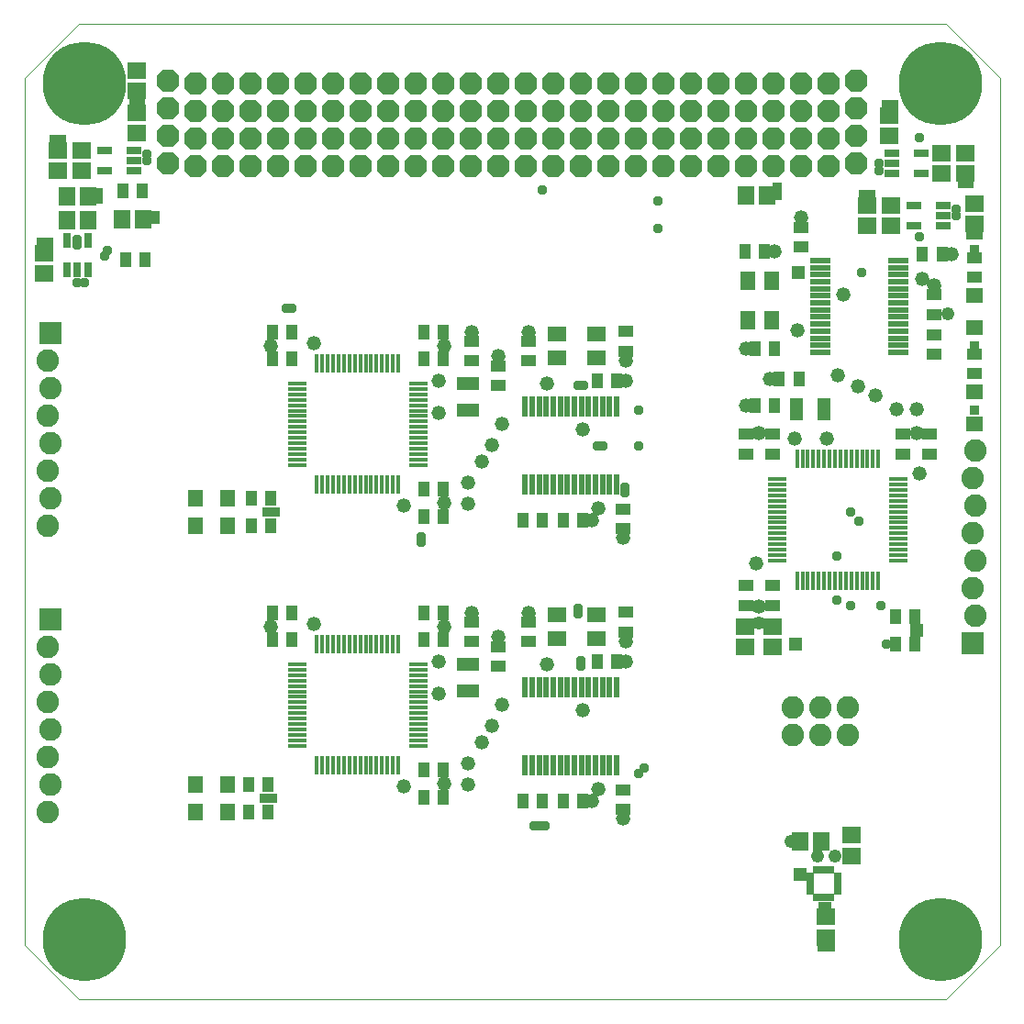
<source format=gts>
G75*
%MOIN*%
%OFA0B0*%
%FSLAX25Y25*%
%IPPOS*%
%LPD*%
%AMOC8*
5,1,8,0,0,1.08239X$1,22.5*
%
%ADD10R,0.03950X0.05524*%
%ADD11R,0.05918X0.06706*%
%ADD12C,0.00000*%
%ADD13C,0.30328*%
%ADD14OC8,0.08200*%
%ADD15R,0.06902X0.01784*%
%ADD16R,0.01784X0.06902*%
%ADD17R,0.07690X0.02375*%
%ADD18R,0.04737X0.07887*%
%ADD19R,0.05524X0.03950*%
%ADD20C,0.05200*%
%ADD21R,0.05721X0.07099*%
%ADD22R,0.01784X0.04737*%
%ADD23R,0.04737X0.01784*%
%ADD24R,0.08200X0.08200*%
%ADD25C,0.08200*%
%ADD26R,0.02570X0.01980*%
%ADD27R,0.01980X0.02570*%
%ADD28R,0.06706X0.05918*%
%ADD29R,0.05524X0.03162*%
%ADD30R,0.03162X0.05524*%
%ADD31R,0.06312X0.05524*%
%ADD32R,0.02375X0.07690*%
%ADD33R,0.07887X0.04737*%
%ADD34R,0.07099X0.05721*%
%ADD35R,0.05524X0.06312*%
%ADD36C,0.03778*%
%ADD37R,0.03778X0.03778*%
%ADD38R,0.04762X0.04762*%
%ADD39C,0.04762*%
D10*
X0091754Y0072392D03*
X0098841Y0072392D03*
X0098841Y0082392D03*
X0091754Y0082392D03*
X0100274Y0135014D03*
X0107361Y0135014D03*
X0107361Y0144857D03*
X0100274Y0144857D03*
X0099841Y0176392D03*
X0092754Y0176392D03*
X0092754Y0186392D03*
X0099841Y0186392D03*
X0100274Y0237014D03*
X0107361Y0237014D03*
X0107361Y0246857D03*
X0100274Y0246857D03*
X0054020Y0273162D03*
X0046934Y0273162D03*
X0046082Y0298162D03*
X0053169Y0298162D03*
X0155235Y0246857D03*
X0162321Y0246857D03*
X0162321Y0237014D03*
X0155235Y0237014D03*
X0155235Y0189770D03*
X0162321Y0189770D03*
X0162321Y0179928D03*
X0155235Y0179928D03*
X0155235Y0144857D03*
X0162321Y0144857D03*
X0162321Y0135014D03*
X0155235Y0135014D03*
X0191317Y0178451D03*
X0198404Y0178451D03*
X0205924Y0178451D03*
X0213010Y0178451D03*
X0218325Y0229042D03*
X0225412Y0229042D03*
X0272081Y0276112D03*
X0279168Y0276112D03*
X0275683Y0240679D03*
X0282770Y0240679D03*
X0284542Y0229852D03*
X0291628Y0229852D03*
X0282770Y0220009D03*
X0275683Y0220009D03*
X0336550Y0275128D03*
X0343636Y0275128D03*
X0333841Y0143392D03*
X0326754Y0143392D03*
X0326754Y0133392D03*
X0333841Y0133392D03*
X0225412Y0127042D03*
X0218325Y0127042D03*
X0213010Y0076451D03*
X0205924Y0076451D03*
X0198404Y0076451D03*
X0191317Y0076451D03*
X0162321Y0077928D03*
X0155235Y0077928D03*
X0155235Y0087770D03*
X0162321Y0087770D03*
D11*
X0292157Y0061992D03*
X0299638Y0061992D03*
X0280038Y0296392D03*
X0272557Y0296392D03*
X0053280Y0287844D03*
X0045800Y0287844D03*
X0033288Y0287392D03*
X0025807Y0287392D03*
X0025807Y0296142D03*
X0033288Y0296142D03*
D12*
X0010258Y0338998D02*
X0010258Y0024038D01*
X0029943Y0004353D01*
X0344904Y0004353D01*
X0364589Y0024038D01*
X0364589Y0338998D01*
X0344904Y0358683D01*
X0029943Y0358683D01*
X0010258Y0338998D01*
D13*
X0031912Y0337030D03*
X0342935Y0337030D03*
X0342935Y0026006D03*
X0031912Y0026006D03*
D14*
X0062424Y0308030D03*
X0062424Y0318030D03*
X0072424Y0317030D03*
X0072424Y0327030D03*
X0062424Y0328030D03*
X0062424Y0338030D03*
X0072424Y0337030D03*
X0082424Y0337030D03*
X0092424Y0337030D03*
X0102424Y0337030D03*
X0112424Y0337030D03*
X0122424Y0337030D03*
X0132424Y0337030D03*
X0142424Y0337030D03*
X0152424Y0337030D03*
X0162424Y0337030D03*
X0172424Y0337030D03*
X0182424Y0337030D03*
X0192424Y0337030D03*
X0202424Y0337030D03*
X0212424Y0337030D03*
X0222424Y0337030D03*
X0232424Y0337030D03*
X0242424Y0337030D03*
X0252424Y0337030D03*
X0262424Y0337030D03*
X0272424Y0337030D03*
X0282424Y0337030D03*
X0292424Y0337030D03*
X0302424Y0337030D03*
X0312424Y0338030D03*
X0312424Y0328030D03*
X0302424Y0327030D03*
X0302424Y0317030D03*
X0302424Y0307030D03*
X0292424Y0307030D03*
X0292424Y0317030D03*
X0292424Y0327030D03*
X0282424Y0327030D03*
X0282424Y0317030D03*
X0282424Y0307030D03*
X0272424Y0307030D03*
X0272424Y0317030D03*
X0272424Y0327030D03*
X0262424Y0327030D03*
X0262424Y0317030D03*
X0262424Y0307030D03*
X0252424Y0307030D03*
X0252424Y0317030D03*
X0252424Y0327030D03*
X0242424Y0327030D03*
X0242424Y0317030D03*
X0242424Y0307030D03*
X0232424Y0307030D03*
X0232424Y0317030D03*
X0232424Y0327030D03*
X0222424Y0327030D03*
X0222424Y0317030D03*
X0222424Y0307030D03*
X0212424Y0307030D03*
X0212424Y0317030D03*
X0212424Y0327030D03*
X0202424Y0327030D03*
X0202424Y0317030D03*
X0202424Y0307030D03*
X0192424Y0307030D03*
X0192424Y0317030D03*
X0192424Y0327030D03*
X0182424Y0327030D03*
X0182424Y0317030D03*
X0182424Y0307030D03*
X0172424Y0307030D03*
X0172424Y0317030D03*
X0172424Y0327030D03*
X0162424Y0327030D03*
X0162424Y0317030D03*
X0162424Y0307030D03*
X0152424Y0307030D03*
X0152424Y0317030D03*
X0152424Y0327030D03*
X0142424Y0327030D03*
X0142424Y0317030D03*
X0142424Y0307030D03*
X0132424Y0307030D03*
X0132424Y0317030D03*
X0132424Y0327030D03*
X0122424Y0327030D03*
X0122424Y0317030D03*
X0122424Y0307030D03*
X0112424Y0307030D03*
X0112424Y0317030D03*
X0112424Y0327030D03*
X0102424Y0327030D03*
X0102424Y0317030D03*
X0102424Y0307030D03*
X0092424Y0307030D03*
X0092424Y0317030D03*
X0092424Y0327030D03*
X0082424Y0327030D03*
X0082424Y0317030D03*
X0082424Y0307030D03*
X0072424Y0307030D03*
X0312424Y0308030D03*
X0312424Y0318030D03*
D15*
X0327770Y0193435D03*
X0327770Y0191466D03*
X0327770Y0189498D03*
X0327770Y0187529D03*
X0327770Y0185561D03*
X0327770Y0183592D03*
X0327770Y0181624D03*
X0327770Y0179655D03*
X0327770Y0177687D03*
X0327770Y0175718D03*
X0327770Y0173750D03*
X0327770Y0171781D03*
X0327770Y0169813D03*
X0327770Y0167844D03*
X0327770Y0165876D03*
X0327770Y0163907D03*
X0283676Y0163907D03*
X0283676Y0165876D03*
X0283676Y0167844D03*
X0283676Y0169813D03*
X0283676Y0171781D03*
X0283676Y0173750D03*
X0283676Y0175718D03*
X0283676Y0177687D03*
X0283676Y0179655D03*
X0283676Y0181624D03*
X0283676Y0183592D03*
X0283676Y0185561D03*
X0283676Y0187529D03*
X0283676Y0189498D03*
X0283676Y0191466D03*
X0283676Y0193435D03*
X0153345Y0198628D03*
X0153345Y0200597D03*
X0153345Y0202565D03*
X0153345Y0204534D03*
X0153345Y0206502D03*
X0153345Y0208471D03*
X0153345Y0210439D03*
X0153345Y0212408D03*
X0153345Y0214376D03*
X0153345Y0216345D03*
X0153345Y0218313D03*
X0153345Y0220282D03*
X0153345Y0222250D03*
X0153345Y0224219D03*
X0153345Y0226187D03*
X0153345Y0228156D03*
X0109250Y0228156D03*
X0109250Y0226187D03*
X0109250Y0224219D03*
X0109250Y0222250D03*
X0109250Y0220282D03*
X0109250Y0218313D03*
X0109250Y0216345D03*
X0109250Y0214376D03*
X0109250Y0212408D03*
X0109250Y0210439D03*
X0109250Y0208471D03*
X0109250Y0206502D03*
X0109250Y0204534D03*
X0109250Y0202565D03*
X0109250Y0200597D03*
X0109250Y0198628D03*
X0109250Y0126156D03*
X0109250Y0124187D03*
X0109250Y0122219D03*
X0109250Y0120250D03*
X0109250Y0118282D03*
X0109250Y0116313D03*
X0109250Y0114345D03*
X0109250Y0112376D03*
X0109250Y0110408D03*
X0109250Y0108439D03*
X0109250Y0106471D03*
X0109250Y0104502D03*
X0109250Y0102534D03*
X0109250Y0100565D03*
X0109250Y0098597D03*
X0109250Y0096628D03*
X0153345Y0096628D03*
X0153345Y0098597D03*
X0153345Y0100565D03*
X0153345Y0102534D03*
X0153345Y0104502D03*
X0153345Y0106471D03*
X0153345Y0108439D03*
X0153345Y0110408D03*
X0153345Y0112376D03*
X0153345Y0114345D03*
X0153345Y0116313D03*
X0153345Y0118282D03*
X0153345Y0120250D03*
X0153345Y0122219D03*
X0153345Y0124187D03*
X0153345Y0126156D03*
D16*
X0146061Y0133439D03*
X0144093Y0133439D03*
X0142124Y0133439D03*
X0140156Y0133439D03*
X0138187Y0133439D03*
X0136219Y0133439D03*
X0134250Y0133439D03*
X0132282Y0133439D03*
X0130313Y0133439D03*
X0128345Y0133439D03*
X0126376Y0133439D03*
X0124408Y0133439D03*
X0122439Y0133439D03*
X0120471Y0133439D03*
X0118502Y0133439D03*
X0116534Y0133439D03*
X0116534Y0089345D03*
X0118502Y0089345D03*
X0120471Y0089345D03*
X0122439Y0089345D03*
X0124408Y0089345D03*
X0126376Y0089345D03*
X0128345Y0089345D03*
X0130313Y0089345D03*
X0132282Y0089345D03*
X0134250Y0089345D03*
X0136219Y0089345D03*
X0138187Y0089345D03*
X0140156Y0089345D03*
X0142124Y0089345D03*
X0144093Y0089345D03*
X0146061Y0089345D03*
X0146061Y0191345D03*
X0144093Y0191345D03*
X0142124Y0191345D03*
X0140156Y0191345D03*
X0138187Y0191345D03*
X0136219Y0191345D03*
X0134250Y0191345D03*
X0132282Y0191345D03*
X0130313Y0191345D03*
X0128345Y0191345D03*
X0126376Y0191345D03*
X0124408Y0191345D03*
X0122439Y0191345D03*
X0120471Y0191345D03*
X0118502Y0191345D03*
X0116534Y0191345D03*
X0116534Y0235439D03*
X0118502Y0235439D03*
X0120471Y0235439D03*
X0122439Y0235439D03*
X0124408Y0235439D03*
X0126376Y0235439D03*
X0128345Y0235439D03*
X0130313Y0235439D03*
X0132282Y0235439D03*
X0134250Y0235439D03*
X0136219Y0235439D03*
X0138187Y0235439D03*
X0140156Y0235439D03*
X0142124Y0235439D03*
X0144093Y0235439D03*
X0146061Y0235439D03*
X0290959Y0200718D03*
X0292928Y0200718D03*
X0294896Y0200718D03*
X0296865Y0200718D03*
X0298833Y0200718D03*
X0300802Y0200718D03*
X0302770Y0200718D03*
X0304739Y0200718D03*
X0306707Y0200718D03*
X0308676Y0200718D03*
X0310644Y0200718D03*
X0312613Y0200718D03*
X0314581Y0200718D03*
X0316550Y0200718D03*
X0318518Y0200718D03*
X0320487Y0200718D03*
X0320487Y0156624D03*
X0318518Y0156624D03*
X0316550Y0156624D03*
X0314581Y0156624D03*
X0312613Y0156624D03*
X0310644Y0156624D03*
X0308676Y0156624D03*
X0306707Y0156624D03*
X0304739Y0156624D03*
X0302770Y0156624D03*
X0300802Y0156624D03*
X0298833Y0156624D03*
X0296865Y0156624D03*
X0294896Y0156624D03*
X0292928Y0156624D03*
X0290959Y0156624D03*
D17*
X0299424Y0239537D03*
X0299424Y0242096D03*
X0299424Y0244655D03*
X0299424Y0247214D03*
X0299424Y0249773D03*
X0299424Y0252332D03*
X0299424Y0254891D03*
X0299424Y0257450D03*
X0299424Y0260009D03*
X0299424Y0262569D03*
X0299424Y0265128D03*
X0299424Y0267687D03*
X0299424Y0270246D03*
X0299424Y0272805D03*
X0327770Y0272805D03*
X0327770Y0270246D03*
X0327770Y0267687D03*
X0327770Y0265128D03*
X0327770Y0262569D03*
X0327770Y0260009D03*
X0327770Y0257450D03*
X0327770Y0254891D03*
X0327770Y0252332D03*
X0327770Y0249773D03*
X0327770Y0247214D03*
X0327770Y0244655D03*
X0327770Y0242096D03*
X0327770Y0239537D03*
D18*
X0300644Y0218671D03*
X0290802Y0218671D03*
D19*
X0282101Y0209694D03*
X0282101Y0202608D03*
X0272258Y0202608D03*
X0272258Y0209694D03*
X0227754Y0182565D03*
X0227754Y0175479D03*
X0228739Y0145034D03*
X0228739Y0137947D03*
X0193306Y0141431D03*
X0193306Y0134345D03*
X0182479Y0132573D03*
X0182479Y0125487D03*
X0172636Y0134345D03*
X0172636Y0141431D03*
X0227754Y0080565D03*
X0227754Y0073479D03*
X0272258Y0147647D03*
X0272258Y0154734D03*
X0282101Y0154734D03*
X0282101Y0147647D03*
X0329345Y0202608D03*
X0329345Y0209694D03*
X0339187Y0209694D03*
X0339187Y0202608D03*
X0355298Y0231849D03*
X0355298Y0238935D03*
X0340664Y0238691D03*
X0340664Y0245777D03*
X0340664Y0253297D03*
X0340664Y0260383D03*
X0355298Y0266849D03*
X0355298Y0273935D03*
X0292435Y0277903D03*
X0292435Y0284990D03*
X0228739Y0247034D03*
X0228739Y0239947D03*
X0193306Y0243431D03*
X0193306Y0236345D03*
X0182479Y0234573D03*
X0182479Y0227487D03*
X0172636Y0236345D03*
X0172636Y0243431D03*
D20*
X0172636Y0246857D03*
X0162794Y0241935D03*
X0160825Y0229140D03*
X0160825Y0217329D03*
X0179934Y0205910D03*
X0176313Y0199663D03*
X0171298Y0192142D03*
X0171298Y0184642D03*
X0162794Y0184849D03*
X0148030Y0183865D03*
X0183847Y0213392D03*
X0200195Y0228156D03*
X0182479Y0237998D03*
X0193306Y0246857D03*
X0228739Y0236522D03*
X0228837Y0229042D03*
X0212991Y0211424D03*
X0218896Y0182880D03*
X0216435Y0178451D03*
X0227754Y0172054D03*
X0193306Y0144857D03*
X0182479Y0135998D03*
X0172636Y0144857D03*
X0162794Y0139935D03*
X0160825Y0127140D03*
X0160825Y0115329D03*
X0179934Y0103910D03*
X0176313Y0097663D03*
X0171298Y0090142D03*
X0171298Y0082642D03*
X0162794Y0082849D03*
X0148030Y0081865D03*
X0183847Y0111392D03*
X0200195Y0126156D03*
X0212991Y0109424D03*
X0228837Y0127042D03*
X0228739Y0134522D03*
X0277180Y0147175D03*
X0276195Y0162923D03*
X0289975Y0208198D03*
X0301786Y0208198D03*
X0319452Y0223686D03*
X0313205Y0227307D03*
X0305723Y0231220D03*
X0290959Y0247569D03*
X0272258Y0240679D03*
X0281117Y0229852D03*
X0272258Y0220009D03*
X0277180Y0210167D03*
X0326973Y0218671D03*
X0334473Y0218671D03*
X0334266Y0210167D03*
X0335250Y0195403D03*
X0307691Y0260364D03*
X0282593Y0276112D03*
X0292435Y0288415D03*
X0336235Y0266269D03*
X0340664Y0263809D03*
X0347061Y0275128D03*
X0218896Y0080880D03*
X0216435Y0076451D03*
X0227754Y0070054D03*
X0115550Y0140920D03*
X0099802Y0139935D03*
X0099802Y0241935D03*
X0115550Y0242920D03*
D21*
X0272928Y0251033D03*
X0281589Y0251033D03*
X0281589Y0265600D03*
X0272928Y0265600D03*
D22*
X0218010Y0229042D03*
X0205609Y0178451D03*
X0154465Y0179923D03*
X0154543Y0144787D03*
X0107824Y0144987D03*
X0154465Y0077923D03*
X0205609Y0076451D03*
X0218010Y0127042D03*
X0154543Y0246787D03*
X0107824Y0246987D03*
X0335841Y0275128D03*
D23*
X0340664Y0252982D03*
X0292435Y0277588D03*
X0272328Y0201916D03*
X0227754Y0183274D03*
X0272128Y0155197D03*
X0339192Y0201838D03*
X0227754Y0081274D03*
D24*
X0354861Y0133729D03*
X0019798Y0142392D03*
X0019798Y0246392D03*
D25*
X0018798Y0236392D03*
X0019798Y0226392D03*
X0018798Y0216392D03*
X0019798Y0206392D03*
X0018798Y0196392D03*
X0019798Y0186392D03*
X0018798Y0176392D03*
X0018798Y0132392D03*
X0019798Y0122392D03*
X0018798Y0112392D03*
X0019798Y0102392D03*
X0018798Y0092392D03*
X0019798Y0082392D03*
X0018798Y0072392D03*
X0289298Y0100392D03*
X0299298Y0100392D03*
X0299298Y0110392D03*
X0289298Y0110392D03*
X0309298Y0110392D03*
X0309298Y0100392D03*
X0355861Y0143729D03*
X0354861Y0153729D03*
X0355861Y0163729D03*
X0354861Y0173729D03*
X0355861Y0183729D03*
X0354861Y0193729D03*
X0355861Y0203729D03*
D26*
X0305617Y0049518D03*
X0305617Y0047550D03*
X0305617Y0045581D03*
X0305617Y0043613D03*
X0295577Y0043613D03*
X0295577Y0045581D03*
X0295577Y0047550D03*
X0295577Y0049518D03*
D27*
X0297644Y0051585D03*
X0299613Y0051585D03*
X0301581Y0051585D03*
X0303550Y0051585D03*
X0303550Y0041546D03*
X0301581Y0041546D03*
X0299613Y0041546D03*
X0297644Y0041546D03*
D28*
X0301472Y0034463D03*
X0301472Y0026983D03*
X0310808Y0056636D03*
X0310808Y0064117D03*
X0281912Y0132502D03*
X0281912Y0139983D03*
X0272069Y0139983D03*
X0272069Y0132502D03*
X0316298Y0285402D03*
X0316298Y0292882D03*
X0325048Y0292882D03*
X0325048Y0285402D03*
X0343298Y0304402D03*
X0343298Y0311882D03*
X0352048Y0311882D03*
X0352048Y0304402D03*
X0355548Y0293632D03*
X0355548Y0286152D03*
X0324548Y0318152D03*
X0324548Y0325632D03*
X0051048Y0326632D03*
X0051048Y0319152D03*
X0051098Y0334352D03*
X0051098Y0341832D03*
X0031048Y0312882D03*
X0031048Y0305402D03*
X0022298Y0305402D03*
X0022298Y0312882D03*
X0017548Y0275632D03*
X0017548Y0268152D03*
D29*
X0039483Y0305402D03*
X0039483Y0312882D03*
X0050113Y0312882D03*
X0050113Y0309142D03*
X0050113Y0305402D03*
X0325483Y0304402D03*
X0325483Y0308142D03*
X0325483Y0311882D03*
X0336113Y0311882D03*
X0336113Y0304402D03*
X0333483Y0292882D03*
X0333483Y0285402D03*
X0344113Y0285402D03*
X0344113Y0289142D03*
X0344113Y0292882D03*
D30*
X0033288Y0280207D03*
X0025807Y0280207D03*
X0025807Y0269577D03*
X0029548Y0269577D03*
X0033288Y0269577D03*
D31*
X0355298Y0260298D03*
X0355298Y0248487D03*
X0355298Y0225298D03*
X0355298Y0213487D03*
D32*
X0225431Y0219691D03*
X0222872Y0219691D03*
X0220313Y0219691D03*
X0217754Y0219691D03*
X0215195Y0219691D03*
X0212636Y0219691D03*
X0210077Y0219691D03*
X0207518Y0219691D03*
X0204959Y0219691D03*
X0202400Y0219691D03*
X0199841Y0219691D03*
X0197282Y0219691D03*
X0194723Y0219691D03*
X0192164Y0219691D03*
X0192164Y0191345D03*
X0194723Y0191345D03*
X0197282Y0191345D03*
X0199841Y0191345D03*
X0202400Y0191345D03*
X0204959Y0191345D03*
X0207518Y0191345D03*
X0210077Y0191345D03*
X0212636Y0191345D03*
X0215195Y0191345D03*
X0217754Y0191345D03*
X0220313Y0191345D03*
X0222872Y0191345D03*
X0225431Y0191345D03*
X0225431Y0117691D03*
X0222872Y0117691D03*
X0220313Y0117691D03*
X0217754Y0117691D03*
X0215195Y0117691D03*
X0212636Y0117691D03*
X0210077Y0117691D03*
X0207518Y0117691D03*
X0204959Y0117691D03*
X0202400Y0117691D03*
X0199841Y0117691D03*
X0197282Y0117691D03*
X0194723Y0117691D03*
X0192164Y0117691D03*
X0192164Y0089345D03*
X0194723Y0089345D03*
X0197282Y0089345D03*
X0199841Y0089345D03*
X0202400Y0089345D03*
X0204959Y0089345D03*
X0207518Y0089345D03*
X0210077Y0089345D03*
X0212636Y0089345D03*
X0215195Y0089345D03*
X0217754Y0089345D03*
X0220313Y0089345D03*
X0222872Y0089345D03*
X0225431Y0089345D03*
D33*
X0171298Y0116471D03*
X0171298Y0126313D03*
X0171298Y0218471D03*
X0171298Y0228313D03*
D34*
X0203660Y0237526D03*
X0203660Y0246187D03*
X0218227Y0246187D03*
X0218227Y0237526D03*
X0218227Y0144187D03*
X0218227Y0135526D03*
X0203660Y0135526D03*
X0203660Y0144187D03*
D35*
X0084203Y0176392D03*
X0084203Y0186392D03*
X0072392Y0186392D03*
X0072392Y0176392D03*
X0072392Y0082392D03*
X0072392Y0072392D03*
X0084203Y0072392D03*
X0084203Y0082392D03*
D36*
X0154298Y0170392D03*
X0154298Y0172392D03*
X0211298Y0146392D03*
X0211298Y0144392D03*
X0212298Y0127392D03*
X0212298Y0125392D03*
X0235298Y0088392D03*
X0233298Y0086392D03*
X0199298Y0067392D03*
X0197298Y0067392D03*
X0195298Y0067392D03*
X0305298Y0149392D03*
X0310298Y0147392D03*
X0321298Y0147392D03*
X0323298Y0133392D03*
X0305298Y0165392D03*
X0313405Y0178285D03*
X0310298Y0181392D03*
X0233298Y0205392D03*
X0233298Y0218392D03*
X0220298Y0205392D03*
X0218298Y0205392D03*
X0228508Y0190392D03*
X0228508Y0188392D03*
X0213298Y0227392D03*
X0211298Y0227392D03*
X0240298Y0284392D03*
X0240298Y0294392D03*
X0198298Y0298392D03*
X0107298Y0255392D03*
X0105298Y0255392D03*
X0054798Y0309142D03*
X0054798Y0311642D03*
X0040298Y0276392D03*
X0039298Y0274392D03*
X0032048Y0264892D03*
X0029548Y0264892D03*
X0029298Y0278392D03*
X0029298Y0280392D03*
X0314298Y0268392D03*
X0335298Y0281392D03*
X0348798Y0289142D03*
X0348798Y0291642D03*
X0335298Y0317392D03*
X0320798Y0308142D03*
X0320798Y0305642D03*
D37*
X0317656Y0296749D03*
X0315156Y0296749D03*
X0283698Y0296492D03*
X0283698Y0299392D03*
X0323406Y0329499D03*
X0325906Y0329499D03*
X0350906Y0300749D03*
X0353406Y0300749D03*
X0354189Y0282286D03*
X0356689Y0282286D03*
X0355298Y0276892D03*
X0355298Y0241892D03*
X0355298Y0218392D03*
X0302998Y0023392D03*
X0300098Y0023392D03*
X0100298Y0077392D03*
X0097298Y0077392D03*
X0098298Y0181392D03*
X0101298Y0181392D03*
X0018906Y0279499D03*
X0016406Y0279499D03*
X0036941Y0295001D03*
X0036941Y0297501D03*
X0023656Y0316749D03*
X0021156Y0316749D03*
X0049906Y0330499D03*
X0052406Y0330499D03*
D38*
X0056898Y0288392D03*
X0290298Y0133392D03*
X0334298Y0138392D03*
X0291898Y0049992D03*
X0301098Y0037592D03*
X0291298Y0268592D03*
D39*
X0345698Y0253392D03*
X0276991Y0141164D03*
X0288698Y0061992D03*
X0298298Y0056392D03*
X0304698Y0056392D03*
M02*

</source>
